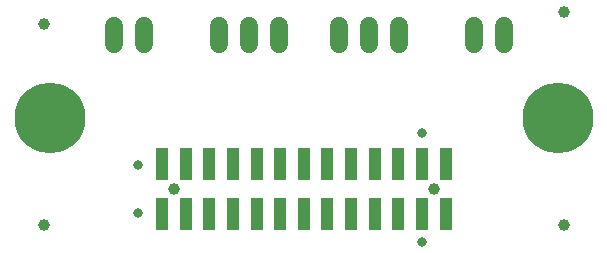
<source format=gts>
G75*
%MOIN*%
%OFA0B0*%
%FSLAX25Y25*%
%IPPOS*%
%LPD*%
%AMOC8*
5,1,8,0,0,1.08239X$1,22.5*
%
%ADD10C,0.06000*%
%ADD11R,0.03937X0.10827*%
%ADD12C,0.03937*%
%ADD13C,0.23622*%
%ADD14C,0.03150*%
D10*
X0060822Y0112429D02*
X0060822Y0118429D01*
X0070822Y0118429D02*
X0070822Y0112429D01*
X0095822Y0112429D02*
X0095822Y0118429D01*
X0105822Y0118429D02*
X0105822Y0112429D01*
X0115822Y0112429D02*
X0115822Y0118429D01*
X0135822Y0118429D02*
X0135822Y0112429D01*
X0145822Y0112429D02*
X0145822Y0118429D01*
X0155822Y0118429D02*
X0155822Y0112429D01*
X0180822Y0112429D02*
X0180822Y0118429D01*
X0190822Y0118429D02*
X0190822Y0112429D01*
D11*
X0171491Y0072516D03*
X0163617Y0072516D03*
X0155743Y0072516D03*
X0147869Y0072516D03*
X0139995Y0072516D03*
X0132121Y0072516D03*
X0124247Y0072516D03*
X0116373Y0072516D03*
X0108499Y0072516D03*
X0100625Y0072516D03*
X0092751Y0072516D03*
X0084877Y0072516D03*
X0077003Y0072516D03*
X0077003Y0055587D03*
X0084877Y0055587D03*
X0092751Y0055587D03*
X0100625Y0055587D03*
X0108499Y0055587D03*
X0116373Y0055587D03*
X0124247Y0055587D03*
X0132121Y0055587D03*
X0139995Y0055587D03*
X0147869Y0055587D03*
X0155743Y0055587D03*
X0163617Y0055587D03*
X0171491Y0055587D03*
D12*
X0037633Y0052240D03*
X0080940Y0064051D03*
X0167554Y0064051D03*
X0210861Y0052240D03*
X0210861Y0123106D03*
X0037633Y0119169D03*
D13*
X0039602Y0087673D03*
X0208893Y0087673D03*
D14*
X0163617Y0082752D03*
X0163617Y0046335D03*
X0069129Y0056177D03*
X0069129Y0071925D03*
M02*

</source>
